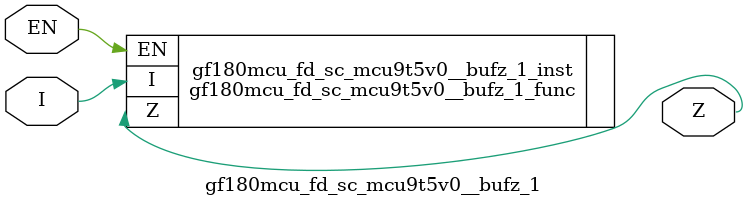
<source format=v>

module gf180mcu_fd_sc_mcu9t5v0__bufz_1( EN, I, Z );
input EN, I;
output Z;

   `ifdef FUNCTIONAL  //  functional //

	gf180mcu_fd_sc_mcu9t5v0__bufz_1_func gf180mcu_fd_sc_mcu9t5v0__bufz_1_behav_inst(.EN(EN),.I(I),.Z(Z));

   `else

	gf180mcu_fd_sc_mcu9t5v0__bufz_1_func gf180mcu_fd_sc_mcu9t5v0__bufz_1_inst(.EN(EN),.I(I),.Z(Z));

	// spec_gates_begin


	// spec_gates_end



   specify

	// specify_block_begin

	// comb arc EN --> Z
	 (EN => Z) = (1.0,1.0);

	// comb arc I --> Z
	 (I => Z) = (1.0,1.0);

	// specify_block_end

   endspecify

   `endif

endmodule

</source>
